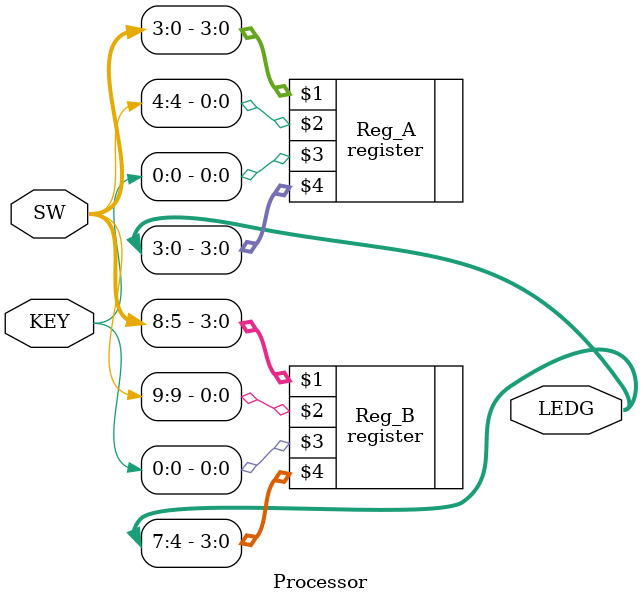
<source format=v>
module Processor (SW, KEY, LEDG);


input  [9:0] SW; 
input  [1:0] KEY;
output [7:0] LEDG;


register Reg_A (SW[3:0], SW[4], KEY[0], LEDG [3:0]);
register Reg_B (SW[8:5], SW[9], KEY[0], LEDG [7:4]);


endmodule

</source>
